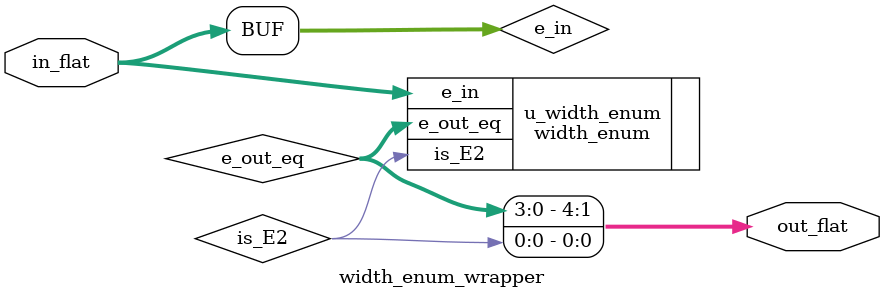
<source format=sv>
module width_enum_wrapper (
    input  wire [3:0] in_flat,
    output wire [4:0] out_flat
);

  // Slice `in_flat` into original inputs
  wire [3:0] e_in = in_flat[3:0];

  // Wires to capture original module outputs
  wire [3:0] e_out_eq;
  wire is_E2;

  // Instantiate the original module
  width_enum u_width_enum (
    .e_in(e_in),
    .e_out_eq(e_out_eq),
    .is_E2(is_E2)
  );

  // Pack original outputs into `out_flat`
  assign out_flat[4:1] = e_out_eq;
  assign out_flat[0] = is_E2;

endmodule  // width_enum_wrapper
</source>
